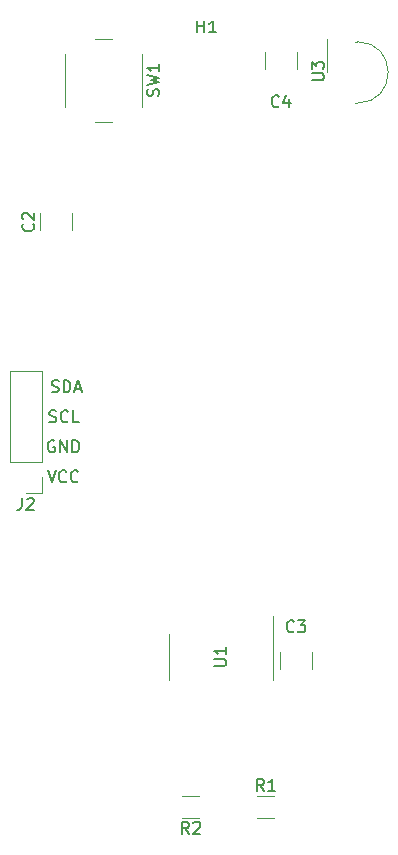
<source format=gbr>
%TF.GenerationSoftware,KiCad,Pcbnew,(5.1.10)-1*%
%TF.CreationDate,2021-12-02T15:45:15+11:00*%
%TF.ProjectId,BKM-10Rp2040,424b4d2d-3130-4527-9032-3034302e6b69,rev?*%
%TF.SameCoordinates,Original*%
%TF.FileFunction,Legend,Top*%
%TF.FilePolarity,Positive*%
%FSLAX46Y46*%
G04 Gerber Fmt 4.6, Leading zero omitted, Abs format (unit mm)*
G04 Created by KiCad (PCBNEW (5.1.10)-1) date 2021-12-02 15:45:15*
%MOMM*%
%LPD*%
G01*
G04 APERTURE LIST*
%ADD10C,0.150000*%
%ADD11C,0.120000*%
G04 APERTURE END LIST*
D10*
X114871666Y-99782380D02*
X115205000Y-100782380D01*
X115538333Y-99782380D01*
X116443095Y-100687142D02*
X116395476Y-100734761D01*
X116252619Y-100782380D01*
X116157380Y-100782380D01*
X116014523Y-100734761D01*
X115919285Y-100639523D01*
X115871666Y-100544285D01*
X115824047Y-100353809D01*
X115824047Y-100210952D01*
X115871666Y-100020476D01*
X115919285Y-99925238D01*
X116014523Y-99830000D01*
X116157380Y-99782380D01*
X116252619Y-99782380D01*
X116395476Y-99830000D01*
X116443095Y-99877619D01*
X117443095Y-100687142D02*
X117395476Y-100734761D01*
X117252619Y-100782380D01*
X117157380Y-100782380D01*
X117014523Y-100734761D01*
X116919285Y-100639523D01*
X116871666Y-100544285D01*
X116824047Y-100353809D01*
X116824047Y-100210952D01*
X116871666Y-100020476D01*
X116919285Y-99925238D01*
X117014523Y-99830000D01*
X117157380Y-99782380D01*
X117252619Y-99782380D01*
X117395476Y-99830000D01*
X117443095Y-99877619D01*
X115443095Y-97290000D02*
X115347857Y-97242380D01*
X115205000Y-97242380D01*
X115062142Y-97290000D01*
X114966904Y-97385238D01*
X114919285Y-97480476D01*
X114871666Y-97670952D01*
X114871666Y-97813809D01*
X114919285Y-98004285D01*
X114966904Y-98099523D01*
X115062142Y-98194761D01*
X115205000Y-98242380D01*
X115300238Y-98242380D01*
X115443095Y-98194761D01*
X115490714Y-98147142D01*
X115490714Y-97813809D01*
X115300238Y-97813809D01*
X115919285Y-98242380D02*
X115919285Y-97242380D01*
X116490714Y-98242380D01*
X116490714Y-97242380D01*
X116966904Y-98242380D02*
X116966904Y-97242380D01*
X117205000Y-97242380D01*
X117347857Y-97290000D01*
X117443095Y-97385238D01*
X117490714Y-97480476D01*
X117538333Y-97670952D01*
X117538333Y-97813809D01*
X117490714Y-98004285D01*
X117443095Y-98099523D01*
X117347857Y-98194761D01*
X117205000Y-98242380D01*
X116966904Y-98242380D01*
X115014523Y-95654761D02*
X115157380Y-95702380D01*
X115395476Y-95702380D01*
X115490714Y-95654761D01*
X115538333Y-95607142D01*
X115585952Y-95511904D01*
X115585952Y-95416666D01*
X115538333Y-95321428D01*
X115490714Y-95273809D01*
X115395476Y-95226190D01*
X115205000Y-95178571D01*
X115109761Y-95130952D01*
X115062142Y-95083333D01*
X115014523Y-94988095D01*
X115014523Y-94892857D01*
X115062142Y-94797619D01*
X115109761Y-94750000D01*
X115205000Y-94702380D01*
X115443095Y-94702380D01*
X115585952Y-94750000D01*
X116585952Y-95607142D02*
X116538333Y-95654761D01*
X116395476Y-95702380D01*
X116300238Y-95702380D01*
X116157380Y-95654761D01*
X116062142Y-95559523D01*
X116014523Y-95464285D01*
X115966904Y-95273809D01*
X115966904Y-95130952D01*
X116014523Y-94940476D01*
X116062142Y-94845238D01*
X116157380Y-94750000D01*
X116300238Y-94702380D01*
X116395476Y-94702380D01*
X116538333Y-94750000D01*
X116585952Y-94797619D01*
X117490714Y-95702380D02*
X117014523Y-95702380D01*
X117014523Y-94702380D01*
X115222976Y-93114761D02*
X115365833Y-93162380D01*
X115603928Y-93162380D01*
X115699166Y-93114761D01*
X115746785Y-93067142D01*
X115794404Y-92971904D01*
X115794404Y-92876666D01*
X115746785Y-92781428D01*
X115699166Y-92733809D01*
X115603928Y-92686190D01*
X115413452Y-92638571D01*
X115318214Y-92590952D01*
X115270595Y-92543333D01*
X115222976Y-92448095D01*
X115222976Y-92352857D01*
X115270595Y-92257619D01*
X115318214Y-92210000D01*
X115413452Y-92162380D01*
X115651547Y-92162380D01*
X115794404Y-92210000D01*
X116222976Y-93162380D02*
X116222976Y-92162380D01*
X116461071Y-92162380D01*
X116603928Y-92210000D01*
X116699166Y-92305238D01*
X116746785Y-92400476D01*
X116794404Y-92590952D01*
X116794404Y-92733809D01*
X116746785Y-92924285D01*
X116699166Y-93019523D01*
X116603928Y-93114761D01*
X116461071Y-93162380D01*
X116222976Y-93162380D01*
X117175357Y-92876666D02*
X117651547Y-92876666D01*
X117080119Y-93162380D02*
X117413452Y-92162380D01*
X117746785Y-93162380D01*
D11*
%TO.C,R2*%
X127727064Y-129180000D02*
X126272936Y-129180000D01*
X127727064Y-127360000D02*
X126272936Y-127360000D01*
%TO.C,R1*%
X132622936Y-127360000D02*
X134077064Y-127360000D01*
X132622936Y-129180000D02*
X134077064Y-129180000D01*
%TO.C,J2*%
X114360000Y-101660000D02*
X113030000Y-101660000D01*
X114360000Y-100330000D02*
X114360000Y-101660000D01*
X114360000Y-99060000D02*
X111700000Y-99060000D01*
X111700000Y-99060000D02*
X111700000Y-91380000D01*
X114360000Y-99060000D02*
X114360000Y-91380000D01*
X114360000Y-91380000D02*
X111700000Y-91380000D01*
%TO.C,U3*%
X138540000Y-63280000D02*
X138540000Y-66040000D01*
X141100000Y-68680000D02*
X140900000Y-68680000D01*
X141100000Y-63480000D02*
X140900000Y-63480000D01*
X141100000Y-68680000D02*
G75*
G03*
X141100000Y-63480000I0J2600000D01*
G01*
%TO.C,SW1*%
X118843800Y-70244920D02*
X120343800Y-70244920D01*
X122843800Y-68994920D02*
X122843800Y-64494920D01*
X120343800Y-63244920D02*
X118843800Y-63244920D01*
X116343800Y-64494920D02*
X116343800Y-68994920D01*
%TO.C,C4*%
X133260000Y-64351248D02*
X133260000Y-65773752D01*
X135980000Y-64351248D02*
X135980000Y-65773752D01*
%TO.C,C3*%
X137250000Y-116573752D02*
X137250000Y-115151248D01*
X134530000Y-116573752D02*
X134530000Y-115151248D01*
%TO.C,C2*%
X116930000Y-79451252D02*
X116930000Y-78028748D01*
X114210000Y-79451252D02*
X114210000Y-78028748D01*
%TO.C,U1*%
X133975000Y-115570000D02*
X133975000Y-112120000D01*
X133975000Y-115570000D02*
X133975000Y-117520000D01*
X125105000Y-115570000D02*
X125105000Y-113620000D01*
X125105000Y-115570000D02*
X125105000Y-117520000D01*
%TO.C,R2*%
D10*
X126833333Y-130542380D02*
X126500000Y-130066190D01*
X126261904Y-130542380D02*
X126261904Y-129542380D01*
X126642857Y-129542380D01*
X126738095Y-129590000D01*
X126785714Y-129637619D01*
X126833333Y-129732857D01*
X126833333Y-129875714D01*
X126785714Y-129970952D01*
X126738095Y-130018571D01*
X126642857Y-130066190D01*
X126261904Y-130066190D01*
X127214285Y-129637619D02*
X127261904Y-129590000D01*
X127357142Y-129542380D01*
X127595238Y-129542380D01*
X127690476Y-129590000D01*
X127738095Y-129637619D01*
X127785714Y-129732857D01*
X127785714Y-129828095D01*
X127738095Y-129970952D01*
X127166666Y-130542380D01*
X127785714Y-130542380D01*
%TO.C,R1*%
X133183333Y-126902380D02*
X132850000Y-126426190D01*
X132611904Y-126902380D02*
X132611904Y-125902380D01*
X132992857Y-125902380D01*
X133088095Y-125950000D01*
X133135714Y-125997619D01*
X133183333Y-126092857D01*
X133183333Y-126235714D01*
X133135714Y-126330952D01*
X133088095Y-126378571D01*
X132992857Y-126426190D01*
X132611904Y-126426190D01*
X134135714Y-126902380D02*
X133564285Y-126902380D01*
X133850000Y-126902380D02*
X133850000Y-125902380D01*
X133754761Y-126045238D01*
X133659523Y-126140476D01*
X133564285Y-126188095D01*
%TO.C,H1*%
X127553815Y-62702380D02*
X127553815Y-61702380D01*
X127553815Y-62178571D02*
X128125243Y-62178571D01*
X128125243Y-62702380D02*
X128125243Y-61702380D01*
X129125243Y-62702380D02*
X128553815Y-62702380D01*
X128839529Y-62702380D02*
X128839529Y-61702380D01*
X128744291Y-61845238D01*
X128649053Y-61940476D01*
X128553815Y-61988095D01*
%TO.C,J2*%
X112696666Y-102112380D02*
X112696666Y-102826666D01*
X112649047Y-102969523D01*
X112553809Y-103064761D01*
X112410952Y-103112380D01*
X112315714Y-103112380D01*
X113125238Y-102207619D02*
X113172857Y-102160000D01*
X113268095Y-102112380D01*
X113506190Y-102112380D01*
X113601428Y-102160000D01*
X113649047Y-102207619D01*
X113696666Y-102302857D01*
X113696666Y-102398095D01*
X113649047Y-102540952D01*
X113077619Y-103112380D01*
X113696666Y-103112380D01*
%TO.C,U3*%
X137252380Y-66741904D02*
X138061904Y-66741904D01*
X138157142Y-66694285D01*
X138204761Y-66646666D01*
X138252380Y-66551428D01*
X138252380Y-66360952D01*
X138204761Y-66265714D01*
X138157142Y-66218095D01*
X138061904Y-66170476D01*
X137252380Y-66170476D01*
X137252380Y-65789523D02*
X137252380Y-65170476D01*
X137633333Y-65503809D01*
X137633333Y-65360952D01*
X137680952Y-65265714D01*
X137728571Y-65218095D01*
X137823809Y-65170476D01*
X138061904Y-65170476D01*
X138157142Y-65218095D01*
X138204761Y-65265714D01*
X138252380Y-65360952D01*
X138252380Y-65646666D01*
X138204761Y-65741904D01*
X138157142Y-65789523D01*
%TO.C,SW1*%
X124248561Y-68078253D02*
X124296180Y-67935396D01*
X124296180Y-67697300D01*
X124248561Y-67602062D01*
X124200942Y-67554443D01*
X124105704Y-67506824D01*
X124010466Y-67506824D01*
X123915228Y-67554443D01*
X123867609Y-67602062D01*
X123819990Y-67697300D01*
X123772371Y-67887777D01*
X123724752Y-67983015D01*
X123677133Y-68030634D01*
X123581895Y-68078253D01*
X123486657Y-68078253D01*
X123391419Y-68030634D01*
X123343800Y-67983015D01*
X123296180Y-67887777D01*
X123296180Y-67649681D01*
X123343800Y-67506824D01*
X123296180Y-67173491D02*
X124296180Y-66935396D01*
X123581895Y-66744920D01*
X124296180Y-66554443D01*
X123296180Y-66316348D01*
X124296180Y-65411586D02*
X124296180Y-65983015D01*
X124296180Y-65697300D02*
X123296180Y-65697300D01*
X123439038Y-65792539D01*
X123534276Y-65887777D01*
X123581895Y-65983015D01*
%TO.C,C4*%
X134453333Y-68937142D02*
X134405714Y-68984761D01*
X134262857Y-69032380D01*
X134167619Y-69032380D01*
X134024761Y-68984761D01*
X133929523Y-68889523D01*
X133881904Y-68794285D01*
X133834285Y-68603809D01*
X133834285Y-68460952D01*
X133881904Y-68270476D01*
X133929523Y-68175238D01*
X134024761Y-68080000D01*
X134167619Y-68032380D01*
X134262857Y-68032380D01*
X134405714Y-68080000D01*
X134453333Y-68127619D01*
X135310476Y-68365714D02*
X135310476Y-69032380D01*
X135072380Y-67984761D02*
X134834285Y-68699047D01*
X135453333Y-68699047D01*
%TO.C,C3*%
X135723333Y-113387142D02*
X135675714Y-113434761D01*
X135532857Y-113482380D01*
X135437619Y-113482380D01*
X135294761Y-113434761D01*
X135199523Y-113339523D01*
X135151904Y-113244285D01*
X135104285Y-113053809D01*
X135104285Y-112910952D01*
X135151904Y-112720476D01*
X135199523Y-112625238D01*
X135294761Y-112530000D01*
X135437619Y-112482380D01*
X135532857Y-112482380D01*
X135675714Y-112530000D01*
X135723333Y-112577619D01*
X136056666Y-112482380D02*
X136675714Y-112482380D01*
X136342380Y-112863333D01*
X136485238Y-112863333D01*
X136580476Y-112910952D01*
X136628095Y-112958571D01*
X136675714Y-113053809D01*
X136675714Y-113291904D01*
X136628095Y-113387142D01*
X136580476Y-113434761D01*
X136485238Y-113482380D01*
X136199523Y-113482380D01*
X136104285Y-113434761D01*
X136056666Y-113387142D01*
%TO.C,C2*%
X113627142Y-78906666D02*
X113674761Y-78954285D01*
X113722380Y-79097142D01*
X113722380Y-79192380D01*
X113674761Y-79335238D01*
X113579523Y-79430476D01*
X113484285Y-79478095D01*
X113293809Y-79525714D01*
X113150952Y-79525714D01*
X112960476Y-79478095D01*
X112865238Y-79430476D01*
X112770000Y-79335238D01*
X112722380Y-79192380D01*
X112722380Y-79097142D01*
X112770000Y-78954285D01*
X112817619Y-78906666D01*
X112817619Y-78525714D02*
X112770000Y-78478095D01*
X112722380Y-78382857D01*
X112722380Y-78144761D01*
X112770000Y-78049523D01*
X112817619Y-78001904D01*
X112912857Y-77954285D01*
X113008095Y-77954285D01*
X113150952Y-78001904D01*
X113722380Y-78573333D01*
X113722380Y-77954285D01*
%TO.C,U1*%
X128992380Y-116331904D02*
X129801904Y-116331904D01*
X129897142Y-116284285D01*
X129944761Y-116236666D01*
X129992380Y-116141428D01*
X129992380Y-115950952D01*
X129944761Y-115855714D01*
X129897142Y-115808095D01*
X129801904Y-115760476D01*
X128992380Y-115760476D01*
X129992380Y-114760476D02*
X129992380Y-115331904D01*
X129992380Y-115046190D02*
X128992380Y-115046190D01*
X129135238Y-115141428D01*
X129230476Y-115236666D01*
X129278095Y-115331904D01*
%TD*%
M02*

</source>
